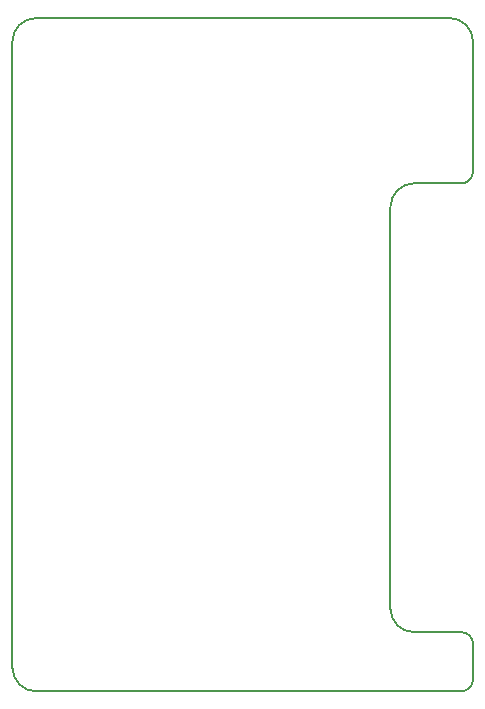
<source format=gbr>
G04 #@! TF.GenerationSoftware,KiCad,Pcbnew,5.0.2-bee76a0~70~ubuntu16.04.1*
G04 #@! TF.CreationDate,2019-04-26T01:24:52+02:00*
G04 #@! TF.ProjectId,mb-a,6d622d61-2e6b-4696-9361-645f70636258,rev?*
G04 #@! TF.SameCoordinates,Original*
G04 #@! TF.FileFunction,Profile,NP*
%FSLAX46Y46*%
G04 Gerber Fmt 4.6, Leading zero omitted, Abs format (unit mm)*
G04 Created by KiCad (PCBNEW 5.0.2-bee76a0~70~ubuntu16.04.1) date Fri 26 Apr 2019 01:24:52 AM CEST*
%MOMM*%
%LPD*%
G01*
G04 APERTURE LIST*
%ADD10C,0.150000*%
G04 APERTURE END LIST*
D10*
X129500000Y-53000000D02*
G75*
G03X130500000Y-52000000I0J1000000D01*
G01*
X130500000Y-92000000D02*
G75*
G03X129500000Y-91000000I-1000000J0D01*
G01*
X129500000Y-96000000D02*
G75*
G03X130500000Y-95000000I0J1000000D01*
G01*
X91500000Y-94000000D02*
G75*
G03X93500000Y-96000000I2000000J0D01*
G01*
X93500000Y-39000000D02*
G75*
G03X91500000Y-41000000I0J-2000000D01*
G01*
X130500000Y-41000000D02*
G75*
G03X128500000Y-39000000I-2000000J0D01*
G01*
X125500000Y-53000000D02*
G75*
G03X123500000Y-55000000I0J-2000000D01*
G01*
X123500000Y-89000000D02*
G75*
G03X125500000Y-91000000I2000000J0D01*
G01*
X130500000Y-92000000D02*
X130500000Y-95000000D01*
X125500000Y-91000000D02*
X129500000Y-91000000D01*
X123500000Y-55000000D02*
X123500000Y-89000000D01*
X125500000Y-53000000D02*
X129500000Y-53000000D01*
X128500000Y-39000000D02*
X93500000Y-39000000D01*
X130500000Y-52000000D02*
X130500000Y-41000000D01*
X93500000Y-96000000D02*
X129500000Y-96000000D01*
X91500000Y-41000000D02*
X91500000Y-94000000D01*
M02*

</source>
